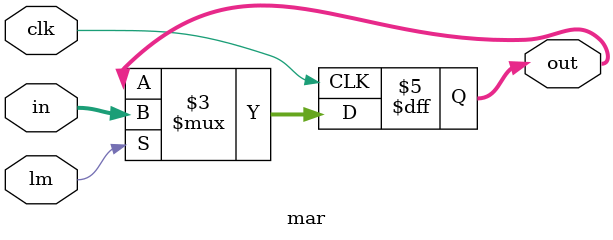
<source format=v>
module pc(inout[7:0] bus, input lp,cp,clk,clr,ep);
    reg[7:0] m;
    assign bus = ep ? (lp ? 8'hzz : m) : 8'hzz;
    
    always @ (posedge clr or posedge clk) begin
        m = clr ? 8'h00 : (lp ? bus : (cp ? (m + 1) : m));
    end
endmodule  // Program counter.

module sc(inout[7:0] bus, input ls,cs,clk,es);
    reg[7:0] m;
    assign bus = es ? (ls ? 8'hzz : m) : 8'hzz;

    always @ (posedge clk) begin
        m = ls ? bus : (cs ? (m + 1) : m);
    end
endmodule  // Subroutine counter.

module mar(output[7:0] out, input lm,clk, input[7:0] in);
    reg[7:0] out;

    always @ (posedge clk) begin
        if (lm)  out = in;
    end
endmodule  // Memory address register.

/*
module ram(output[11:0] out, input we,ce, input[11:0] in);

endmodule  // 256 x 12 RAM.

module mdr(output[11:0] to_ram, inout[11:0] bus, input ld,clk,ed);

endmodule  // Memory data register. It is used to change contents of ram.

module ir(output[7:0] to_ctrl, inout[11:0] bus, input li,clk,clr,ei);

endmodule  // Instruction register.

module ctrl(output[29:0] con, output clk,clr, input am,az,xm,xz, input[7:0] ins);

endmodule  // Control unit.

module i(output[11:0] out, input ln,clk,en, input[11:0] in);

endmodule  // Input register.

module acc(output[11:0] out, output am,az, inout[11:0] bus, input la,clk,ea);

endmodule  // Accumulator.

module alu(output[11:0] out, input s3,s2,s1,s0,m,ci,eu, input[11:0] a,b);

endmodule  // ALU.

module b(output[11:0] out, input lb,clk, input[11:0] in);

endmodule  // B register.

module x(output im,iz, input[11:0] bus, input lx,inx,clk,dex,ex);

endmodule  // Pointer register.

module output_port(output[11:0] out, input lo,clk, input[11:0] in);

endmodule  // Output port.

module sap2_mini();

endmodule  // SAP2 mini.
*/

</source>
